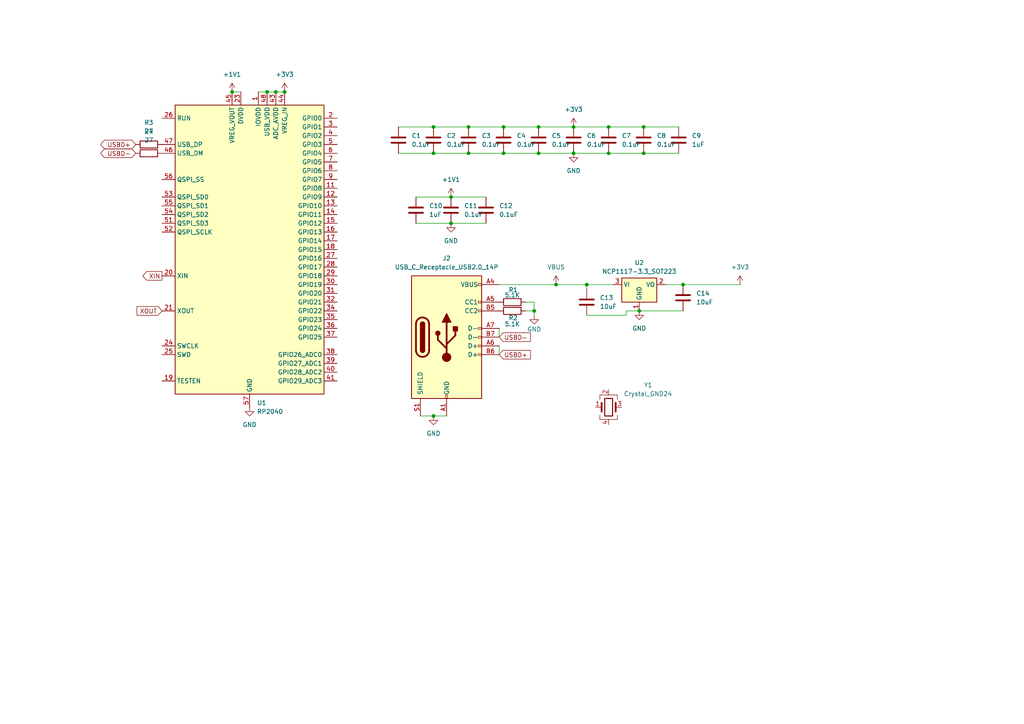
<source format=kicad_sch>
(kicad_sch (version 20250114) (generator "eeschema") (generator_version "9.0")
  (paper "A4")
  (lib_symbols
    (symbol "Connector:USB_C_Receptacle_USB2.0_14P" (pin_names (offset 1.016))
      (property "Reference" "J" (at 0 22.225 0))
      (property "Value" "USB_C_Receptacle_USB2.0_14P" (at 0 19.685 0))
      (symbol "USB_C_Receptacle_USB2.0_14P_0_0"
        (rectangle (start -0.254 -17.78) (end 0.254 -16.764))
        (rectangle (start 10.16 15.494) (end 9.144 14.986))
        (rectangle (start 10.16 10.414) (end 9.144 9.906))
        (rectangle (start 10.16 7.874) (end 9.144 7.366))
        (rectangle (start 10.16 2.794) (end 9.144 2.286))
        (rectangle (start 10.16 0.254) (end 9.144 -0.254))
        (rectangle (start 10.16 -2.286) (end 9.144 -2.794))
        (rectangle (start 10.16 -4.826) (end 9.144 -5.334))
      )
      (symbol "USB_C_Receptacle_USB2.0_14P_0_1"
        (rectangle (start -10.16 17.78) (end 10.16 -17.78) (stroke (width 0.254)) (fill (type background)))
        (polyline (pts (xy -8.89 -3.81) (xy -8.89 3.81)) (stroke (width 0.508)))
        (rectangle (start -7.62 -3.81) (end -6.35 3.81) (stroke (width 0.254)) (fill (type outline)))
        (arc (start -7.62 3.81) (mid -6.985 4.4423) (end -6.35 3.81) (stroke (width 0.254)))
        (arc (start -7.62 3.81) (mid -6.985 4.4423) (end -6.35 3.81) (stroke (width 0.254)) (fill (type outline)))
        (arc (start -8.89 3.81) (mid -6.985 5.7067) (end -5.08 3.81) (stroke (width 0.508)))
        (arc (start -5.08 -3.81) (mid -6.985 -5.7067) (end -8.89 -3.81) (stroke (width 0.508)))
        (arc (start -6.35 -3.81) (mid -6.985 -4.4423) (end -7.62 -3.81) (stroke (width 0.254)))
        (arc (start -6.35 -3.81) (mid -6.985 -4.4423) (end -7.62 -3.81) (stroke (width 0.254)) (fill (type outline)))
        (polyline (pts (xy -5.08 3.81) (xy -5.08 -3.81)) (stroke (width 0.508)))
        (circle (center -2.54 1.143) (radius 0.635) (stroke (width 0.254)) (fill (type outline)))
        (polyline (pts (xy -1.27 4.318) (xy 0 6.858) (xy 1.27 4.318) (xy -1.27 4.318)) (stroke (width 0.254)) (fill (type outline)))
        (polyline (pts (xy 0 -2.032) (xy 2.54 0.508) (xy 2.54 1.778)) (stroke (width 0.508)))
        (polyline (pts (xy 0 -3.302) (xy -2.54 -0.762) (xy -2.54 0.508)) (stroke (width 0.508)))
        (polyline (pts (xy 0 -5.842) (xy 0 4.318)) (stroke (width 0.508)))
        (circle (center 0 -5.842) (radius 1.27) (fill (type outline)))
        (rectangle (start 1.905 1.778) (end 3.175 3.048) (stroke (width 0.254)) (fill (type outline)))
      )
      (symbol "USB_C_Receptacle_USB2.0_14P_1_1"
        (pin passive line (at -7.62 -22.86 90) (length 5.08) (name "SHIELD") (number "S1"))
        (pin passive line (at 0 -22.86 90) (length 5.08) (name "GND") (number "A1"))
        (pin passive line (at 0 -22.86 90) (length 5.08) (hide yes) (name "GND") (number "A12"))
        (pin passive line (at 0 -22.86 90) (length 5.08) (hide yes) (name "GND") (number "B1"))
        (pin passive line (at 0 -22.86 90) (length 5.08) (hide yes) (name "GND") (number "B12"))
        (pin passive line (at 15.24 15.24 180) (length 5.08) (name "VBUS") (number "A4"))
        (pin passive line (at 15.24 15.24 180) (length 5.08) (hide yes) (name "VBUS") (number "A9"))
        (pin passive line (at 15.24 15.24 180) (length 5.08) (hide yes) (name "VBUS") (number "B4"))
        (pin passive line (at 15.24 15.24 180) (length 5.08) (hide yes) (name "VBUS") (number "B9"))
        (pin bidirectional line (at 15.24 10.16 180) (length 5.08) (name "CC1") (number "A5"))
        (pin bidirectional line (at 15.24 7.62 180) (length 5.08) (name "CC2") (number "B5"))
        (pin bidirectional line (at 15.24 2.54 180) (length 5.08) (name "D-") (number "A7"))
        (pin bidirectional line (at 15.24 0 180) (length 5.08) (name "D-") (number "B7"))
        (pin bidirectional line (at 15.24 -2.54 180) (length 5.08) (name "D+") (number "A6"))
        (pin bidirectional line (at 15.24 -5.08 180) (length 5.08) (name "D+") (number "B6"))
      )
    )
    (symbol "Device:C" (pin_numbers (hide yes)) (pin_names (offset 0.254))
      (property "Reference" "C" (at 0.635 2.54 0))
      (property "Value" "C" (at 0.635 -2.54 0))
      (symbol "C_0_1"
        (polyline (pts (xy -2.032 0.762) (xy 2.032 0.762)) (stroke (width 0.508)))
        (polyline (pts (xy -2.032 -0.762) (xy 2.032 -0.762)) (stroke (width 0.508)))
      )
      (symbol "C_1_1"
        (pin passive line (at 0 3.81 270) (length 2.794) (name "~") (number "1"))
        (pin passive line (at 0 -3.81 90) (length 2.794) (name "~") (number "2"))
      )
    )
    (symbol "Device:Crystal_GND24" (pin_names (offset 1.016) (hide yes))
      (property "Reference" "Y" (at 3.175 5.08 0))
      (property "Value" "Crystal_GND24" (at 3.175 3.175 0))
      (symbol "Crystal_GND24_0_1"
        (polyline (pts (xy -2.54 2.286) (xy -2.54 3.556) (xy 2.54 3.556) (xy 2.54 2.286)))
        (polyline (pts (xy -2.54 0) (xy -2.032 0)))
        (polyline (pts (xy -2.54 -2.286) (xy -2.54 -3.556) (xy 2.54 -3.556) (xy 2.54 -2.286)))
        (polyline (pts (xy -2.032 -1.27) (xy -2.032 1.27)) (stroke (width 0.508)))
        (rectangle (start -1.143 2.54) (end 1.143 -2.54) (stroke (width 0.3048)))
        (polyline (pts (xy 0 3.556) (xy 0 3.81)))
        (polyline (pts (xy 0 -3.81) (xy 0 -3.556)))
        (polyline (pts (xy 2.032 0) (xy 2.54 0)))
        (polyline (pts (xy 2.032 -1.27) (xy 2.032 1.27)) (stroke (width 0.508)))
      )
      (symbol "Crystal_GND24_1_1"
        (pin passive line (at -3.81 0 0) (length 1.27) (name "1") (number "1"))
        (pin passive line (at 0 5.08 270) (length 1.27) (name "2") (number "2"))
        (pin passive line (at 0 -5.08 90) (length 1.27) (name "4") (number "4"))
        (pin passive line (at 3.81 0 180) (length 1.27) (name "3") (number "3"))
      )
    )
    (symbol "Device:R" (pin_numbers (hide yes)) (pin_names (offset 0))
      (property "Reference" "R" (at 2.032 0 90))
      (property "Value" "R" (at 0 0 90))
      (symbol "R_0_1"
        (rectangle (start -1.016 -2.54) (end 1.016 2.54) (stroke (width 0.254)))
      )
      (symbol "R_1_1"
        (pin passive line (at 0 3.81 270) (length 1.27) (name "~") (number "1"))
        (pin passive line (at 0 -3.81 90) (length 1.27) (name "~") (number "2"))
      )
    )
    (symbol "MCU_RaspberryPi:RP2040"
      (property "Reference" "U" (at 17.78 45.72 0))
      (property "Value" "RP2040" (at 17.78 43.18 0))
      (symbol "RP2040_0_1"
        (rectangle (start -21.59 41.91) (end 21.59 -41.91) (stroke (width 0.254)) (fill (type background)))
      )
      (symbol "RP2040_1_1"
        (pin input line (at -25.4 38.1 0) (length 3.81) (name "RUN") (number "26"))
        (pin bidirectional line (at -25.4 30.48 0) (length 3.81) (name "USB_DP") (number "47"))
        (pin bidirectional line (at -25.4 27.94 0) (length 3.81) (name "USB_DM") (number "46"))
        (pin bidirectional line (at -25.4 20.32 0) (length 3.81) (name "QSPI_SS") (number "56"))
        (pin bidirectional line (at -25.4 15.24 0) (length 3.81) (name "QSPI_SD0") (number "53"))
        (pin bidirectional line (at -25.4 12.7 0) (length 3.81) (name "QSPI_SD1") (number "55"))
        (pin bidirectional line (at -25.4 10.16 0) (length 3.81) (name "QSPI_SD2") (number "54"))
        (pin bidirectional line (at -25.4 7.62 0) (length 3.81) (name "QSPI_SD3") (number "51"))
        (pin output line (at -25.4 5.08 0) (length 3.81) (name "QSPI_SCLK") (number "52"))
        (pin input line (at -25.4 -7.62 0) (length 3.81) (name "XIN") (number "20"))
        (pin passive line (at -25.4 -17.78 0) (length 3.81) (name "XOUT") (number "21"))
        (pin input line (at -25.4 -27.94 0) (length 3.81) (name "SWCLK") (number "24"))
        (pin bidirectional line (at -25.4 -30.48 0) (length 3.81) (name "SWD") (number "25"))
        (pin input line (at -25.4 -38.1 0) (length 3.81) (name "TESTEN") (number "19"))
        (pin power_out line (at -5.08 45.72 270) (length 3.81) (name "VREG_VOUT") (number "45"))
        (pin power_in line (at -2.54 45.72 270) (length 3.81) (name "DVDD") (number "23"))
        (pin passive line (at -2.54 45.72 270) (length 3.81) (hide yes) (name "DVDD") (number "50"))
        (pin power_in line (at 0 -45.72 90) (length 3.81) (name "GND") (number "57"))
        (pin power_in line (at 2.54 45.72 270) (length 3.81) (name "IOVDD") (number "1"))
        (pin passive line (at 2.54 45.72 270) (length 3.81) (hide yes) (name "IOVDD") (number "10"))
        (pin passive line (at 2.54 45.72 270) (length 3.81) (hide yes) (name "IOVDD") (number "22"))
        (pin passive line (at 2.54 45.72 270) (length 3.81) (hide yes) (name "IOVDD") (number "33"))
        (pin passive line (at 2.54 45.72 270) (length 3.81) (hide yes) (name "IOVDD") (number "42"))
        (pin passive line (at 2.54 45.72 270) (length 3.81) (hide yes) (name "IOVDD") (number "49"))
        (pin power_in line (at 5.08 45.72 270) (length 3.81) (name "USB_VDD") (number "48"))
        (pin power_in line (at 7.62 45.72 270) (length 3.81) (name "ADC_AVDD") (number "43"))
        (pin power_in line (at 10.16 45.72 270) (length 3.81) (name "VREG_IN") (number "44"))
        (pin bidirectional line (at 25.4 38.1 180) (length 3.81) (name "GPIO0") (number "2"))
        (pin bidirectional line (at 25.4 35.56 180) (length 3.81) (name "GPIO1") (number "3"))
        (pin bidirectional line (at 25.4 33.02 180) (length 3.81) (name "GPIO2") (number "4"))
        (pin bidirectional line (at 25.4 30.48 180) (length 3.81) (name "GPIO3") (number "5"))
        (pin bidirectional line (at 25.4 27.94 180) (length 3.81) (name "GPIO4") (number "6"))
        (pin bidirectional line (at 25.4 25.4 180) (length 3.81) (name "GPIO5") (number "7"))
        (pin bidirectional line (at 25.4 22.86 180) (length 3.81) (name "GPIO6") (number "8"))
        (pin bidirectional line (at 25.4 20.32 180) (length 3.81) (name "GPIO7") (number "9"))
        (pin bidirectional line (at 25.4 17.78 180) (length 3.81) (name "GPIO8") (number "11"))
        (pin bidirectional line (at 25.4 15.24 180) (length 3.81) (name "GPIO9") (number "12"))
        (pin bidirectional line (at 25.4 12.7 180) (length 3.81) (name "GPIO10") (number "13"))
        (pin bidirectional line (at 25.4 10.16 180) (length 3.81) (name "GPIO11") (number "14"))
        (pin bidirectional line (at 25.4 7.62 180) (length 3.81) (name "GPIO12") (number "15"))
        (pin bidirectional line (at 25.4 5.08 180) (length 3.81) (name "GPIO13") (number "16"))
        (pin bidirectional line (at 25.4 2.54 180) (length 3.81) (name "GPIO14") (number "17"))
        (pin bidirectional line (at 25.4 0 180) (length 3.81) (name "GPIO15") (number "18"))
        (pin bidirectional line (at 25.4 -2.54 180) (length 3.81) (name "GPIO16") (number "27"))
        (pin bidirectional line (at 25.4 -5.08 180) (length 3.81) (name "GPIO17") (number "28"))
        (pin bidirectional line (at 25.4 -7.62 180) (length 3.81) (name "GPIO18") (number "29"))
        (pin bidirectional line (at 25.4 -10.16 180) (length 3.81) (name "GPIO19") (number "30"))
        (pin bidirectional line (at 25.4 -12.7 180) (length 3.81) (name "GPIO20") (number "31"))
        (pin bidirectional line (at 25.4 -15.24 180) (length 3.81) (name "GPIO21") (number "32"))
        (pin bidirectional line (at 25.4 -17.78 180) (length 3.81) (name "GPIO22") (number "34"))
        (pin bidirectional line (at 25.4 -20.32 180) (length 3.81) (name "GPIO23") (number "35"))
        (pin bidirectional line (at 25.4 -22.86 180) (length 3.81) (name "GPIO24") (number "36"))
        (pin bidirectional line (at 25.4 -25.4 180) (length 3.81) (name "GPIO25") (number "37"))
        (pin bidirectional line (at 25.4 -30.48 180) (length 3.81) (name "GPIO26_ADC0") (number "38"))
        (pin bidirectional line (at 25.4 -33.02 180) (length 3.81) (name "GPIO27_ADC1") (number "39"))
        (pin bidirectional line (at 25.4 -35.56 180) (length 3.81) (name "GPIO28_ADC2") (number "40"))
        (pin bidirectional line (at 25.4 -38.1 180) (length 3.81) (name "GPIO29_ADC3") (number "41"))
      )
    )
    (symbol "Regulator_Linear:NCP1117-3.3_SOT223"
      (property "Reference" "U" (at -3.81 3.175 0))
      (property "Value" "NCP1117-3.3_SOT223" (at 0 3.175 0))
      (symbol "NCP1117-3.3_SOT223_0_1"
        (rectangle (start -5.08 -5.08) (end 5.08 1.905) (stroke (width 0.254)) (fill (type background)))
      )
      (symbol "NCP1117-3.3_SOT223_1_1"
        (pin power_in line (at -7.62 0 0) (length 2.54) (name "VI") (number "3"))
        (pin power_in line (at 0 -7.62 90) (length 2.54) (name "GND") (number "1"))
        (pin power_out line (at 7.62 0 180) (length 2.54) (name "VO") (number "2"))
      )
    )
    (symbol "power:+1V1" (power) (pin_numbers (hide yes)) (pin_names (offset 0) (hide yes))
      (property "Value" "+1V1" (at 0 3.556 0))
      (symbol "+1V1_0_1"
        (polyline (pts (xy -0.762 1.27) (xy 0 2.54)))
        (polyline (pts (xy 0 2.54) (xy 0.762 1.27)))
        (polyline (pts (xy 0 0) (xy 0 2.54)))
      )
      (symbol "+1V1_1_1"
        (pin power_in line (at 0 0 90) (length 0) (name "~") (number "1"))
      )
    )
    (symbol "power:+3V3" (power) (pin_numbers (hide yes)) (pin_names (offset 0) (hide yes))
      (property "Value" "+3V3" (at 0 3.556 0))
      (symbol "+3V3_0_1"
        (polyline (pts (xy -0.762 1.27) (xy 0 2.54)))
        (polyline (pts (xy 0 2.54) (xy 0.762 1.27)))
        (polyline (pts (xy 0 0) (xy 0 2.54)))
      )
      (symbol "+3V3_1_1"
        (pin power_in line (at 0 0 90) (length 0) (name "~") (number "1"))
      )
    )
    (symbol "power:GND" (power) (pin_numbers (hide yes)) (pin_names (offset 0) (hide yes))
      (property "Value" "GND" (at 0 -3.81 0))
      (symbol "GND_0_1"
        (polyline (pts (xy 0 0) (xy 0 -1.27) (xy 1.27 -1.27) (xy 0 -2.54) (xy -1.27 -1.27) (xy 0 -1.27)))
      )
      (symbol "GND_1_1"
        (pin power_in line (at 0 0 270) (length 0) (name "~") (number "1"))
      )
    )
    (symbol "power:VBUS" (power) (pin_numbers (hide yes)) (pin_names (offset 0) (hide yes))
      (property "Value" "VBUS" (at 0 3.556 0))
      (symbol "VBUS_0_1"
        (polyline (pts (xy -0.762 1.27) (xy 0 2.54)))
        (polyline (pts (xy 0 2.54) (xy 0.762 1.27)))
        (polyline (pts (xy 0 0) (xy 0 2.54)))
      )
      (symbol "VBUS_1_1"
        (pin power_in line (at 0 0 90) (length 0) (name "~") (number "1"))
      )
    )
  )
  (junction (at 176.53 36.83))
  (junction (at 166.37 44.45))
  (junction (at 135.89 36.83))
  (junction (at 82.55 26.67))
  (junction (at 146.05 36.83))
  (junction (at 161.29 82.55))
  (junction (at 154.94 90.17))
  (junction (at 198.12 82.55))
  (junction (at 186.69 36.83))
  (junction (at 156.21 44.45))
  (junction (at 166.37 36.83))
  (junction (at 125.73 120.65))
  (junction (at 176.53 44.45))
  (junction (at 170.18 82.55))
  (junction (at 135.89 44.45))
  (junction (at 67.31 26.67))
  (junction (at 186.69 44.45))
  (junction (at 77.47 26.67))
  (junction (at 185.42 90.17))
  (junction (at 125.73 44.45))
  (junction (at 146.05 44.45))
  (junction (at 80.01 26.67))
  (junction (at 156.21 36.83))
  (junction (at 130.81 64.77))
  (junction (at 130.81 57.15))
  (junction (at 125.73 36.83))
  (wire (pts (xy 115.57 36.83) (xy 125.73 36.83)))
  (wire (pts (xy 80.01 26.67) (xy 82.55 26.67)))
  (wire (pts (xy 77.47 26.67) (xy 80.01 26.67)))
  (wire (pts (xy 135.89 36.83) (xy 146.05 36.83)))
  (wire (pts (xy 67.31 26.67) (xy 69.85 26.67)))
  (wire (pts (xy 135.89 44.45) (xy 146.05 44.45)))
  (wire (pts (xy 161.29 82.55) (xy 170.18 82.55)))
  (wire (pts (xy 130.81 57.15) (xy 140.97 57.15)))
  (wire (pts (xy 166.37 44.45) (xy 176.53 44.45)))
  (wire (pts (xy 170.18 82.55) (xy 170.18 83.82)))
  (wire (pts (xy 125.73 44.45) (xy 135.89 44.45)))
  (wire (pts (xy 115.57 44.45) (xy 125.73 44.45)))
  (wire (pts (xy 186.69 44.45) (xy 196.85 44.45)))
  (wire (pts (xy 156.21 36.83) (xy 166.37 36.83)))
  (wire (pts (xy 176.53 44.45) (xy 186.69 44.45)))
  (wire (pts (xy 170.18 82.55) (xy 177.8 82.55)))
  (wire (pts (xy 144.78 95.25) (xy 144.78 97.79)))
  (wire (pts (xy 156.21 44.45) (xy 166.37 44.45)))
  (wire (pts (xy 166.37 36.83) (xy 176.53 36.83)))
  (wire (pts (xy 170.18 91.44) (xy 181.61 91.44)))
  (wire (pts (xy 181.61 91.44) (xy 181.61 90.17)))
  (wire (pts (xy 120.65 57.15) (xy 130.81 57.15)))
  (wire (pts (xy 146.05 44.45) (xy 156.21 44.45)))
  (wire (pts (xy 154.94 87.63) (xy 154.94 90.17)))
  (wire (pts (xy 185.42 90.17) (xy 198.12 90.17)))
  (wire (pts (xy 125.73 36.83) (xy 135.89 36.83)))
  (wire (pts (xy 186.69 36.83) (xy 196.85 36.83)))
  (wire (pts (xy 181.61 90.17) (xy 185.42 90.17)))
  (wire (pts (xy 144.78 82.55) (xy 161.29 82.55)))
  (wire (pts (xy 144.78 100.33) (xy 144.78 102.87)))
  (wire (pts (xy 74.93 26.67) (xy 77.47 26.67)))
  (wire (pts (xy 154.94 90.17) (xy 154.94 91.44)))
  (wire (pts (xy 193.04 82.55) (xy 198.12 82.55)))
  (wire (pts (xy 125.73 120.65) (xy 129.54 120.65)))
  (wire (pts (xy 146.05 36.83) (xy 156.21 36.83)))
  (wire (pts (xy 152.4 90.17) (xy 154.94 90.17)))
  (wire (pts (xy 130.81 64.77) (xy 140.97 64.77)))
  (wire (pts (xy 198.12 82.55) (xy 214.63 82.55)))
  (wire (pts (xy 120.65 64.77) (xy 130.81 64.77)))
  (wire (pts (xy 121.92 120.65) (xy 125.73 120.65)))
  (wire (pts (xy 152.4 87.63) (xy 154.94 87.63)))
  (wire (pts (xy 176.53 36.83) (xy 186.69 36.83)))
  (global_label "USBD+" (shape input) (at 144.78 102.87 0) (property "Intersheetrefs" "${INTERSHEET_REFS}" (effects (hide yes))))
  (global_label "XIN" (shape output) (at 46.99 80.01 180) (property "Intersheetrefs" "${INTERSHEET_REFS}" (effects (hide yes))))
  (global_label "USBD-" (shape bidirectional) (at 39.37 44.45 180) (property "Intersheetrefs" "${INTERSHEET_REFS}" (effects (hide yes))))
  (global_label "XOUT" (shape input) (at 46.99 90.17 180) (property "Intersheetrefs" "${INTERSHEET_REFS}" (effects (hide yes))))
  (global_label "USBD+" (shape bidirectional) (at 39.37 41.91 180) (property "Intersheetrefs" "${INTERSHEET_REFS}" (effects (hide yes))))
  (global_label "USBD-" (shape input) (at 144.78 97.79 0) (property "Intersheetrefs" "${INTERSHEET_REFS}" (effects (hide yes))))
  (symbol (lib_id "Device:R") (at 43.18 44.45 90) (unit 1)
    (property "Reference" "R4" (at 43.18 38.1 90))
    (property "Value" "27" (at 43.18 40.64 90))
    (property "Description" "Resistor" (effects (hide yes)))
  )
  (symbol (lib_id "power:GND") (at 125.73 120.65 0) (unit 1)
    (property "Reference" "#PWR08" (effects (hide yes)))
    (property "Value" "GND" (at 125.73 125.73 0))
    (property "Description" "Power symbol creates a global label with name \"GND\" , ground" (effects (hide yes)))
  )
  (symbol (lib_id "Device:C") (at 170.18 87.63 0) (unit 1)
    (property "Reference" "C13" (at 173.99 86.3599 0) (effects (justify left)))
    (property "Value" "10uF" (at 173.99 88.8999 0) (effects (justify left)))
    (property "Description" "Unpolarized capacitor" (effects (hide yes)))
  )
  (symbol (lib_id "power:+3V3") (at 214.63 82.55 0) (unit 1)
    (property "Reference" "#PWR012" (effects (hide yes)))
    (property "Value" "+3V3" (at 214.63 77.47 0))
    (property "Description" "Power symbol creates a global label with name \"+3V3\"" (effects (hide yes)))
  )
  (symbol (lib_id "Device:C") (at 166.37 40.64 0) (unit 1)
    (property "Reference" "C6" (at 170.18 39.3699 0) (effects (justify left)))
    (property "Value" "0.1uF" (at 170.18 41.9099 0) (effects (justify left)))
    (property "Description" "Unpolarized capacitor" (effects (hide yes)))
  )
  (symbol (lib_id "Device:R") (at 148.59 90.17 90) (unit 1)
    (property "Reference" "R2" (at 148.844 92.202 90))
    (property "Value" "5.1K" (at 148.59 93.98 90))
    (property "Description" "Resistor" (effects (hide yes)))
  )
  (symbol (lib_id "Device:C") (at 186.69 40.64 0) (unit 1)
    (property "Reference" "C8" (at 190.5 39.3699 0) (effects (justify left)))
    (property "Value" "0.1uF" (at 190.5 41.9099 0) (effects (justify left)))
    (property "Description" "Unpolarized capacitor" (effects (hide yes)))
  )
  (symbol (lib_id "Device:C") (at 130.81 60.96 0) (unit 1)
    (property "Reference" "C11" (at 134.62 59.6899 0) (effects (justify left)))
    (property "Value" "0.1uF" (at 134.62 62.2299 0) (effects (justify left)))
    (property "Description" "Unpolarized capacitor" (effects (hide yes)))
  )
  (symbol (lib_id "power:+1V1") (at 130.81 57.15 0) (unit 1)
    (property "Reference" "#PWR05" (effects (hide yes)))
    (property "Value" "+1V1" (at 130.81 52.07 0))
    (property "Description" "Power symbol creates a global label with name \"+1V1\"" (effects (hide yes)))
  )
  (symbol (lib_id "Device:C") (at 196.85 40.64 0) (unit 1)
    (property "Reference" "C9" (at 200.66 39.3699 0) (effects (justify left)))
    (property "Value" "1uF" (at 200.66 41.9099 0) (effects (justify left)))
    (property "Description" "Unpolarized capacitor" (effects (hide yes)))
  )
  (symbol (lib_id "power:GND") (at 72.39 118.11 0) (unit 1)
    (property "Reference" "#PWR07" (effects (hide yes)))
    (property "Value" "GND" (at 72.39 123.19 0))
    (property "Description" "Power symbol creates a global label with name \"GND\" , ground" (effects (hide yes)))
  )
  (symbol (lib_id "Device:C") (at 115.57 40.64 0) (unit 1)
    (property "Reference" "C1" (at 119.38 39.3699 0) (effects (justify left)))
    (property "Value" "0.1uF" (at 119.38 41.9099 0) (effects (justify left)))
    (property "Description" "Unpolarized capacitor" (effects (hide yes)))
  )
  (symbol (lib_id "Device:C") (at 135.89 40.64 0) (unit 1)
    (property "Reference" "C3" (at 139.7 39.3699 0) (effects (justify left)))
    (property "Value" "0.1uF" (at 139.7 41.9099 0) (effects (justify left)))
    (property "Description" "Unpolarized capacitor" (effects (hide yes)))
  )
  (symbol (lib_id "Device:C") (at 176.53 40.64 0) (unit 1)
    (property "Reference" "C7" (at 180.34 39.3699 0) (effects (justify left)))
    (property "Value" "0.1uF" (at 180.34 41.9099 0) (effects (justify left)))
    (property "Description" "Unpolarized capacitor" (effects (hide yes)))
  )
  (symbol (lib_id "Device:C") (at 125.73 40.64 0) (unit 1)
    (property "Reference" "C2" (at 129.54 39.3699 0) (effects (justify left)))
    (property "Value" "0.1uF" (at 129.54 41.9099 0) (effects (justify left)))
    (property "Description" "Unpolarized capacitor" (effects (hide yes)))
  )
  (symbol (lib_id "Device:R") (at 43.18 41.91 90) (unit 1)
    (property "Reference" "R3" (at 43.18 35.56 90))
    (property "Value" "27" (at 43.18 38.1 90))
    (property "Description" "Resistor" (effects (hide yes)))
  )
  (symbol (lib_id "Regulator_Linear:NCP1117-3.3_SOT223") (at 185.42 82.55 0) (unit 1)
    (property "Reference" "U2" (at 185.42 76.2 0))
    (property "Value" "NCP1117-3.3_SOT223" (at 185.42 78.74 0))
    (property "Footprint" "Package_TO_SOT_SMD:SOT-223-3_TabPin2" (effects (hide yes)))
    (property "Datasheet" "http://www.onsemi.com/pub_link/Collateral/NCP1117-D.PDF" (effects (hide yes)))
    (property "Description" "1A Low drop-out regulator, Fixed Output 3.3V, SOT-223" (effects (hide yes)))
  )
  (symbol (lib_id "Device:C") (at 120.65 60.96 0) (unit 1)
    (property "Reference" "C10" (at 124.46 59.6899 0) (effects (justify left)))
    (property "Value" "1uF" (at 124.46 62.2299 0) (effects (justify left)))
    (property "Description" "Unpolarized capacitor" (effects (hide yes)))
  )
  (symbol (lib_id "power:GND") (at 185.42 90.17 0) (unit 1)
    (property "Reference" "#PWR010" (effects (hide yes)))
    (property "Value" "GND" (at 185.42 95.25 0))
    (property "Description" "Power symbol creates a global label with name \"GND\" , ground" (effects (hide yes)))
  )
  (symbol (lib_id "power:VBUS") (at 161.29 82.55 0) (unit 1)
    (property "Reference" "#PWR011" (effects (hide yes)))
    (property "Value" "VBUS" (at 161.29 77.47 0))
    (property "Description" "Power symbol creates a global label with name \"VBUS\"" (effects (hide yes)))
  )
  (symbol (lib_id "Device:C") (at 198.12 86.36 0) (unit 1)
    (property "Reference" "C14" (at 201.93 85.0899 0) (effects (justify left)))
    (property "Value" "10uF" (at 201.93 87.6299 0) (effects (justify left)))
    (property "Description" "Unpolarized capacitor" (effects (hide yes)))
  )
  (symbol (lib_id "power:+3V3") (at 82.55 26.67 0) (unit 1)
    (property "Reference" "#PWR02" (effects (hide yes)))
    (property "Value" "+3V3" (at 82.55 21.59 0))
    (property "Description" "Power symbol creates a global label with name \"+3V3\"" (effects (hide yes)))
  )
  (symbol (lib_id "power:+3V3") (at 166.37 36.83 0) (unit 1)
    (property "Reference" "#PWR03" (effects (hide yes)))
    (property "Value" "+3V3" (at 166.37 31.75 0))
    (property "Description" "Power symbol creates a global label with name \"+3V3\"" (effects (hide yes)))
  )
  (symbol (lib_id "power:GND") (at 130.81 64.77 0) (unit 1)
    (property "Reference" "#PWR06" (effects (hide yes)))
    (property "Value" "GND" (at 130.81 69.85 0))
    (property "Description" "Power symbol creates a global label with name \"GND\" , ground" (effects (hide yes)))
  )
  (symbol (lib_id "Device:R") (at 148.59 87.63 90) (unit 1)
    (property "Reference" "R1" (at 148.844 84.074 90))
    (property "Value" "5.1K" (at 148.59 85.598 90))
    (property "Description" "Resistor" (effects (hide yes)))
  )
  (symbol (lib_id "Device:Crystal_GND24") (at 176.53 118.11 0) (unit 1)
    (property "Reference" "Y1" (at 187.96 111.6898 0))
    (property "Value" "Crystal_GND24" (at 187.96 114.2298 0))
    (property "Description" "Four pin crystal, GND on pins 2 and 4" (effects (hide yes)))
  )
  (symbol (lib_id "power:GND") (at 154.94 91.44 0) (unit 1)
    (property "Reference" "#PWR09" (effects (hide yes)))
    (property "Value" "GND" (at 154.94 95.504 0))
    (property "Description" "Power symbol creates a global label with name \"GND\" , ground" (effects (hide yes)))
  )
  (symbol (lib_id "Connector:USB_C_Receptacle_USB2.0_14P") (at 129.54 97.79 0) (unit 1)
    (property "Reference" "J2" (at 129.54 74.93 0))
    (property "Value" "USB_C_Receptacle_USB2.0_14P" (at 129.54 77.47 0))
    (property "Datasheet" "https://www.usb.org/sites/default/files/documents/usb_type-c.zip" (effects (hide yes)))
    (property "Description" "USB 2.0-only 14P Type-C Receptacle connector" (effects (hide yes)))
  )
  (symbol (lib_id "Device:C") (at 146.05 40.64 0) (unit 1)
    (property "Reference" "C4" (at 149.86 39.3699 0) (effects (justify left)))
    (property "Value" "0.1uF" (at 149.86 41.9099 0) (effects (justify left)))
    (property "Description" "Unpolarized capacitor" (effects (hide yes)))
  )
  (symbol (lib_id "power:GND") (at 166.37 44.45 0) (unit 1)
    (property "Reference" "#PWR04" (effects (hide yes)))
    (property "Value" "GND" (at 166.37 49.53 0))
    (property "Description" "Power symbol creates a global label with name \"GND\" , ground" (effects (hide yes)))
  )
  (symbol (lib_id "MCU_RaspberryPi:RP2040") (at 72.39 72.39 0) (unit 1)
    (property "Reference" "U1" (at 74.5333 116.84 0) (effects (justify left)))
    (property "Value" "RP2040" (at 74.5333 119.38 0) (effects (justify left)))
    (property "Footprint" "Package_DFN_QFN:QFN-56-1EP_7x7mm_P0.4mm_EP3.2x3.2mm" (effects (hide yes)))
    (property "Datasheet" "https://datasheets.raspberrypi.com/rp2040/rp2040-datasheet.pdf" (effects (hide yes)))
    (property "Description" "A microcontroller by Raspberry Pi" (effects (hide yes)))
  )
  (symbol (lib_id "power:+1V1") (at 67.31 26.67 0) (unit 1)
    (property "Reference" "#PWR01" (effects (hide yes)))
    (property "Value" "+1V1" (at 67.31 21.59 0))
    (property "Description" "Power symbol creates a global label with name \"+1V1\"" (effects (hide yes)))
  )
  (symbol (lib_id "Device:C") (at 156.21 40.64 0) (unit 1)
    (property "Reference" "C5" (at 160.02 39.3699 0) (effects (justify left)))
    (property "Value" "0.1uF" (at 160.02 41.9099 0) (effects (justify left)))
    (property "Description" "Unpolarized capacitor" (effects (hide yes)))
  )
  (symbol (lib_id "Device:C") (at 140.97 60.96 0) (unit 1)
    (property "Reference" "C12" (at 144.78 59.6899 0) (effects (justify left)))
    (property "Value" "0.1uF" (at 144.78 62.2299 0) (effects (justify left)))
    (property "Description" "Unpolarized capacitor" (effects (hide yes)))
  )
)
</source>
